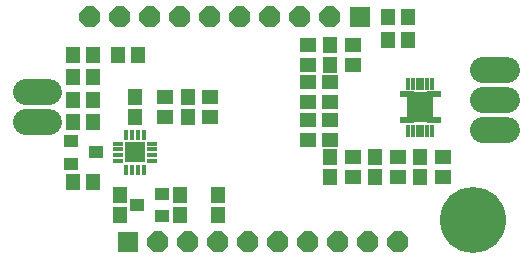
<source format=gbs>
G04 EAGLE Gerber RS-274X export*
G75*
%MOMM*%
%FSLAX34Y34*%
%LPD*%
%INSoldermask Bottom*%
%IPPOS*%
%AMOC8*
5,1,8,0,0,1.08239X$1,22.5*%
G01*
%ADD10C,2.235200*%
%ADD11R,1.254000X1.354000*%
%ADD12R,1.154000X1.054000*%
%ADD13R,1.354000X1.254000*%
%ADD14C,0.400000*%
%ADD15R,1.750000X1.750000*%
%ADD16R,0.700000X0.400000*%
%ADD17R,0.400000X0.700000*%
%ADD18R,0.454000X1.104000*%
%ADD19R,2.204000X2.204000*%
%ADD20R,1.254000X0.504000*%
%ADD21R,3.500000X0.450000*%
%ADD22R,1.778000X1.778000*%
%ADD23P,1.924489X8X112.500000*%
%ADD24P,1.924489X8X292.500000*%
%ADD25C,5.588000*%


D10*
X402844Y133350D02*
X422656Y133350D01*
X422656Y158750D02*
X402844Y158750D01*
X402844Y107950D02*
X422656Y107950D01*
D11*
X152400Y118500D03*
X152400Y135500D03*
X273050Y84700D03*
X273050Y67700D03*
X311150Y84700D03*
X311150Y67700D03*
X349250Y84700D03*
X349250Y67700D03*
X273050Y179950D03*
X273050Y162950D03*
X177800Y52950D03*
X177800Y35950D03*
X95250Y52950D03*
X95250Y35950D03*
X107950Y118500D03*
X107950Y135500D03*
X146050Y52950D03*
X146050Y35950D03*
D12*
X130650Y53950D03*
X130650Y34950D03*
X109650Y44450D03*
D10*
X35306Y139700D02*
X15494Y139700D01*
X15494Y114300D02*
X35306Y114300D01*
D12*
X53500Y79400D03*
X53500Y98400D03*
X74500Y88900D03*
D13*
X133350Y135500D03*
X133350Y118500D03*
X171450Y118500D03*
X171450Y135500D03*
D11*
X72000Y63500D03*
X55000Y63500D03*
D13*
X273050Y131200D03*
X273050Y148200D03*
X273050Y99450D03*
X273050Y116450D03*
X254000Y116450D03*
X254000Y99450D03*
X254000Y148200D03*
X254000Y131200D03*
X368300Y84700D03*
X368300Y67700D03*
D11*
X72000Y133350D03*
X55000Y133350D03*
D13*
X292100Y67700D03*
X292100Y84700D03*
X330200Y84700D03*
X330200Y67700D03*
X292100Y179950D03*
X292100Y162950D03*
X254000Y162950D03*
X254000Y179950D03*
D11*
X55000Y152400D03*
X72000Y152400D03*
X93100Y171450D03*
X110100Y171450D03*
X72000Y114300D03*
X55000Y114300D03*
X55000Y171450D03*
X72000Y171450D03*
D14*
X95950Y81400D03*
X95950Y86400D03*
X95950Y91400D03*
X95950Y96400D03*
X100450Y100900D03*
X105450Y100900D03*
X110450Y100900D03*
X115450Y100900D03*
X119950Y96400D03*
X119950Y91400D03*
X119950Y86400D03*
X119950Y81400D03*
X115450Y76900D03*
X110450Y76900D03*
X105450Y76900D03*
X100450Y76900D03*
D15*
X107950Y88900D03*
D16*
X92450Y81400D03*
X92450Y86400D03*
X92450Y91400D03*
X92450Y96400D03*
D17*
X100450Y104400D03*
X105450Y104400D03*
X110450Y104400D03*
X115450Y104400D03*
D16*
X123450Y96400D03*
X123450Y91400D03*
X123450Y86400D03*
X123450Y81400D03*
D17*
X115450Y73400D03*
X110450Y73400D03*
X105450Y73400D03*
X100450Y73400D03*
D18*
X339250Y146750D03*
X343250Y146750D03*
X347250Y146750D03*
X351250Y146750D03*
X355250Y146750D03*
X359250Y146750D03*
X359250Y107250D03*
X355250Y107250D03*
X351250Y107250D03*
X347250Y107250D03*
X343250Y107250D03*
X339250Y107250D03*
D19*
X349250Y127000D03*
D20*
X337750Y116000D03*
X360750Y138000D03*
X337750Y138000D03*
X360750Y116000D03*
D21*
X349250Y116000D03*
X349250Y138000D03*
D22*
X101600Y12700D03*
D23*
X127000Y12700D03*
X152400Y12700D03*
X177800Y12700D03*
X203200Y12700D03*
X228600Y12700D03*
X254000Y12700D03*
X279400Y12700D03*
X304800Y12700D03*
X330200Y12700D03*
D22*
X298450Y203200D03*
D24*
X273050Y203200D03*
X247650Y203200D03*
X222250Y203200D03*
X196850Y203200D03*
X171450Y203200D03*
X146050Y203200D03*
X120650Y203200D03*
X95250Y203200D03*
X69850Y203200D03*
D25*
X393700Y31750D03*
D11*
X321700Y203200D03*
X338700Y203200D03*
X321700Y184150D03*
X338700Y184150D03*
M02*

</source>
